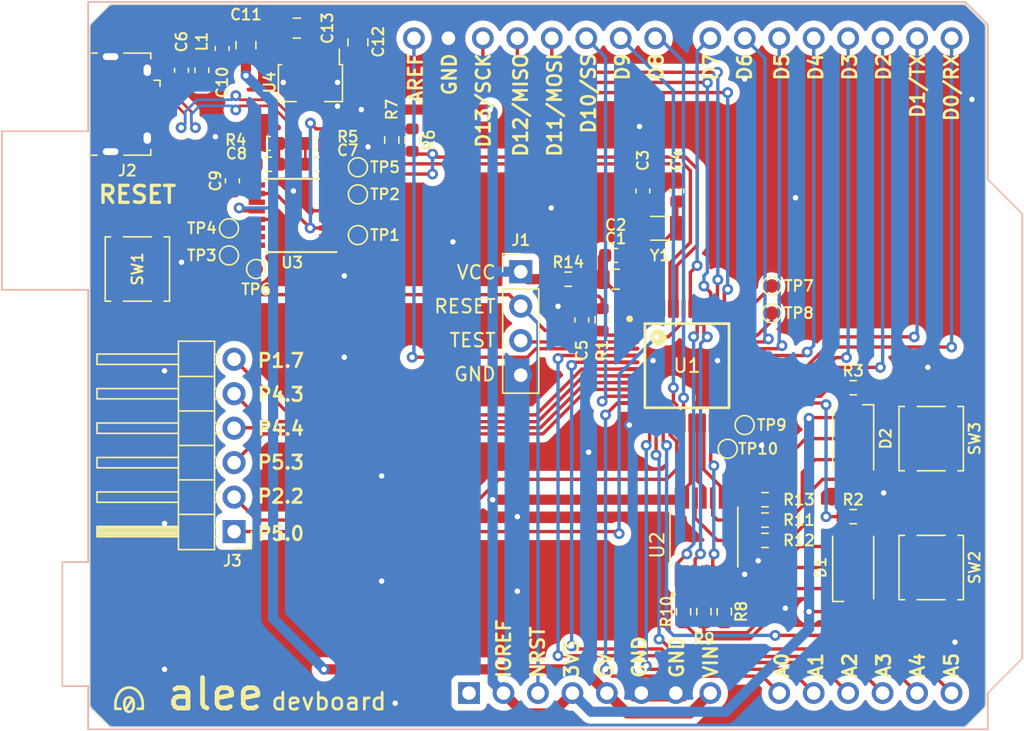
<source format=kicad_pcb>
(kicad_pcb (version 20221018) (generator pcbnew)

  (general
    (thickness 1.6)
  )

  (paper "A4")
  (title_block
    (title "FRAM Forth Development Board")
    (company "bitgloo")
    (comment 1 "Released under the CERN Open Hardware License Version 2 - Strongly Reciprocal")
  )

  (layers
    (0 "F.Cu" signal)
    (31 "B.Cu" signal)
    (32 "B.Adhes" user "B.Adhesive")
    (33 "F.Adhes" user "F.Adhesive")
    (34 "B.Paste" user)
    (35 "F.Paste" user)
    (36 "B.SilkS" user "B.Silkscreen")
    (37 "F.SilkS" user "F.Silkscreen")
    (38 "B.Mask" user)
    (39 "F.Mask" user)
    (40 "Dwgs.User" user "User.Drawings")
    (41 "Cmts.User" user "User.Comments")
    (42 "Eco1.User" user "User.Eco1")
    (43 "Eco2.User" user "User.Eco2")
    (44 "Edge.Cuts" user)
    (45 "Margin" user)
    (46 "B.CrtYd" user "B.Courtyard")
    (47 "F.CrtYd" user "F.Courtyard")
    (48 "B.Fab" user)
    (49 "F.Fab" user)
    (50 "User.1" user)
    (51 "User.2" user)
    (52 "User.3" user)
    (53 "User.4" user)
    (54 "User.5" user)
    (55 "User.6" user)
    (56 "User.7" user)
    (57 "User.8" user)
    (58 "User.9" user)
  )

  (setup
    (stackup
      (layer "F.SilkS" (type "Top Silk Screen"))
      (layer "F.Paste" (type "Top Solder Paste"))
      (layer "F.Mask" (type "Top Solder Mask") (thickness 0.01))
      (layer "F.Cu" (type "copper") (thickness 0.035))
      (layer "dielectric 1" (type "core") (thickness 1.51) (material "FR4") (epsilon_r 4.5) (loss_tangent 0.02))
      (layer "B.Cu" (type "copper") (thickness 0.035))
      (layer "B.Mask" (type "Bottom Solder Mask") (thickness 0.01))
      (layer "B.Paste" (type "Bottom Solder Paste"))
      (layer "B.SilkS" (type "Bottom Silk Screen"))
      (copper_finish "None")
      (dielectric_constraints no)
    )
    (pad_to_mask_clearance 0)
    (pcbplotparams
      (layerselection 0x00010fc_ffffffff)
      (plot_on_all_layers_selection 0x0000000_00000000)
      (disableapertmacros false)
      (usegerberextensions false)
      (usegerberattributes true)
      (usegerberadvancedattributes true)
      (creategerberjobfile true)
      (dashed_line_dash_ratio 12.000000)
      (dashed_line_gap_ratio 3.000000)
      (svgprecision 4)
      (plotframeref false)
      (viasonmask false)
      (mode 1)
      (useauxorigin false)
      (hpglpennumber 1)
      (hpglpenspeed 20)
      (hpglpendiameter 15.000000)
      (dxfpolygonmode true)
      (dxfimperialunits true)
      (dxfusepcbnewfont true)
      (psnegative false)
      (psa4output false)
      (plotreference true)
      (plotvalue true)
      (plotinvisibletext false)
      (sketchpadsonfab false)
      (subtractmaskfromsilk false)
      (outputformat 1)
      (mirror false)
      (drillshape 1)
      (scaleselection 1)
      (outputdirectory "")
    )
  )

  (net 0 "")
  (net 1 "unconnected-(A2-NC-Pad1)")
  (net 2 "VCC")
  (net 3 "RST_SBWTDIO")
  (net 4 "VBUS")
  (net 5 "GND")
  (net 6 "A0")
  (net 7 "A1")
  (net 8 "A2")
  (net 9 "A3")
  (net 10 "A4")
  (net 11 "A5")
  (net 12 "RX")
  (net 13 "TX")
  (net 14 "D2")
  (net 15 "D3")
  (net 16 "D4")
  (net 17 "D5")
  (net 18 "D6")
  (net 19 "D7")
  (net 20 "D8")
  (net 21 "D9")
  (net 22 "AREF")
  (net 23 "Net-(U1-P2.1_XIN)")
  (net 24 "Net-(U1-P2.0_XOUT)")
  (net 25 "TEST_SBWTCK")
  (net 26 "BUTTON1")
  (net 27 "Net-(R2-Pad2)")
  (net 28 "BUTTON2")
  (net 29 "Net-(R3-Pad2)")
  (net 30 "TXD")
  (net 31 "Net-(U3-~{RTS})")
  (net 32 "Net-(U3-3V3OUT)")
  (net 33 "RXD")
  (net 34 "Net-(U3-~{CTS})")
  (net 35 "Net-(U3-CBUS2)")
  (net 36 "Net-(U3-USBDP)")
  (net 37 "Net-(U3-USBDM)")
  (net 38 "Net-(U3-CBUS1)")
  (net 39 "Net-(U3-CBUS0)")
  (net 40 "Net-(U3-CBUS3)")
  (net 41 "Net-(D1-RK)")
  (net 42 "Net-(D1-GK)")
  (net 43 "Net-(D1-BK)")
  (net 44 "Net-(D2-RK)")
  (net 45 "Net-(D2-GK)")
  (net 46 "Net-(D2-BK)")
  (net 47 "unconnected-(J2-ID-Pad4)")
  (net 48 "EXTRA1")
  (net 49 "EXTRA2")
  (net 50 "EXTRA3")
  (net 51 "EXTRA4")
  (net 52 "EXTRA5")
  (net 53 "EXTRA6")
  (net 54 "Net-(U2-1Y)")
  (net 55 "Net-(U2-2Y)")
  (net 56 "Net-(U2-3Y)")
  (net 57 "Net-(U2-4Y)")
  (net 58 "Net-(U2-5Y)")
  (net 59 "Net-(U2-6Y)")
  (net 60 "LED4")
  (net 61 "LED5")
  (net 62 "LED6")
  (net 63 "LED1")
  (net 64 "unconnected-(U1-VREG-Pad31)")
  (net 65 "SCK")
  (net 66 "MOSI")
  (net 67 "MISO")
  (net 68 "LED2")
  (net 69 "LED3")
  (net 70 "/USB_P")
  (net 71 "/USB_N")
  (net 72 "SS")
  (net 73 "/VUSB")
  (net 74 "Net-(U1-P2.7_UCB1STE_CAP3.0)")
  (net 75 "Net-(U1-P4.2_TA3CLK_CAP2.3)")
  (net 76 "Net-(U1-P3.3_TA2.1_CAP0.1)")
  (net 77 "Net-(U1-P3.0_TA2.2_CAP0.0)")
  (net 78 "Net-(U1-DVCC)")

  (footprint "Capacitor_SMD:C_0603_1608Metric" (layer "F.Cu") (at 124.75 80 90))

  (footprint "Capacitor_SMD:C_0603_1608Metric" (layer "F.Cu") (at 128.15 87 180))

  (footprint "Inductor_SMD:L_0603_1608Metric" (layer "F.Cu") (at 123.25 81.6 90))

  (footprint "Resistor_SMD:R_0603_1608Metric" (layer "F.Cu") (at 160.25 121.5 -90))

  (footprint "Capacitor_SMD:C_0603_1608Metric" (layer "F.Cu") (at 151.25 100 90))

  (footprint "Capacitor_SMD:C_0603_1608Metric" (layer "F.Cu") (at 131.65 87))

  (footprint "Resistor_SMD:R_0603_1608Metric" (layer "F.Cu") (at 128.15 88.5275 180))

  (footprint "Capacitor_SMD:C_0603_1608Metric" (layer "F.Cu") (at 155.75 90.5 90))

  (footprint "TestPoint:TestPoint_Pad_D1.0mm" (layer "F.Cu") (at 165.25 99.5))

  (footprint "Resistor_SMD:R_0603_1608Metric" (layer "F.Cu") (at 164.75 113.25))

  (footprint "Capacitor_SMD:C_0603_1608Metric" (layer "F.Cu") (at 153.75 95.25))

  (footprint "Capacitor_SMD:C_0603_1608Metric" (layer "F.Cu") (at 158.25 90.5 90))

  (footprint "Button_Switch_SMD:SW_SPST_TL3305A" (layer "F.Cu") (at 118.5 96.25 90))

  (footprint "Capacitor_SMD:C_0603_1608Metric" (layer "F.Cu") (at 125.5 89.75 90))

  (footprint "Resistor_SMD:R_0603_1608Metric" (layer "F.Cu") (at 164.75 116.25))

  (footprint "Capacitor_SMD:C_0805_2012Metric" (layer "F.Cu") (at 126.5 79.75 90))

  (footprint "TestPoint:TestPoint_Pad_D1.0mm" (layer "F.Cu") (at 127.25 96.25))

  (footprint "TestPoint:TestPoint_Pad_D1.0mm" (layer "F.Cu") (at 134.75 88.75))

  (footprint "Crystal:Crystal_SMD_3215-2Pin_3.2x1.5mm" (layer "F.Cu") (at 157 93.25))

  (footprint "Package_SO:SSOP-16_3.9x4.9mm_P0.635mm" (layer "F.Cu") (at 129.9 92.2775 180))

  (footprint "Capacitor_SMD:C_0805_2012Metric" (layer "F.Cu") (at 153.75 97))

  (footprint "Resistor_SMD:R_0603_1608Metric" (layer "F.Cu") (at 171.25 105))

  (footprint "TestPoint:TestPoint_Pad_D1.0mm" (layer "F.Cu") (at 134.75 93.75))

  (footprint "Button_Switch_SMD:SW_SPST_TL3305A" (layer "F.Cu") (at 177 108.75 -90))

  (footprint "TestPoint:TestPoint_Pad_D1.0mm" (layer "F.Cu") (at 125.25 95.25))

  (footprint "Resistor_SMD:R_0603_1608Metric" (layer "F.Cu") (at 161.75 121.5 -90))

  (footprint "Resistor_SMD:R_0603_1608Metric" (layer "F.Cu") (at 164.75 114.75))

  (footprint "Capacitor_SMD:C_0805_2012Metric" (layer "F.Cu") (at 130.25 78.5))

  (footprint "Resistor_SMD:R_0603_1608Metric" (layer "F.Cu") (at 137.25 86.75 90))

  (footprint "Resistor_SMD:R_0603_1608Metric" (layer "F.Cu") (at 158.75 121.5 -90))

  (footprint "Capacitor_SMD:C_0603_1608Metric" (layer "F.Cu") (at 121.75 81.6 90))

  (footprint "Resistor_SMD:R_0603_1608Metric" (layer "F.Cu") (at 138.75 86.75 90))

  (footprint "Package_TO_SOT_SMD:SOT-89-3" (layer "F.Cu") (at 131.25 82.55 -90))

  (footprint "Connector_PinHeader_2.54mm:PinHeader_1x04_P2.54mm_Vertical" (layer "F.Cu") (at 146.75 96.45))

  (footprint "Capacitor_SMD:C_0805_2012Metric" (layer "F.Cu") (at 134.75 79.55 90))

  (footprint "TestPoint:TestPoint_Pad_D1.0mm" (layer "F.Cu") (at 162 109.5))

  (footprint "Library:PT0048A_N" (layer "F.Cu") (at 159 103.375))

  (footprint "TestPoint:TestPoint_Pad_D1.0mm" (layer "F.Cu") (at 134.75 90.75))

  (footprint "Resistor_SMD:R_0603_1608Metric" (layer "F.Cu") (at 152.75 100 -90))

  (footprint "TestPoint:TestPoint_Pad_D1.0mm" (layer "F.Cu") (at 165.25 97.5))

  (footprint "Resistor_SMD:R_0603_1608Metric" (layer "F.Cu") (at 131.65 88.5275 180))

  (footprint "Connector_USB:USB_Micro-B_Amphenol_10118194_Horizontal" (layer "F.Cu") (at 117.8275 84.1 -90))

  (footprint "TestPoint:TestPoint_Pad_D1.0mm" (layer "F.Cu") (at 163.25 107.75))

  (footprint "Resistor_SMD:R_0603_1608Metric" (layer "F.Cu") (at 171.25 114.5))

  (footprint "LED_SMD:LED_RGB_Wuerth-PLCC4_3.2x2.8mm_150141M173100" (layer "F.Cu") (at 171.25 108.75 -90))

  (footprint "Resistor_SMD:R_0603_1608Metric" (layer "F.Cu") (at 150.25 97))

  (footprint "TestPoint:TestPoint_Pad_D1.0mm" (layer "F.Cu") (at 125.25 93.25))

  (footprint "Connector_PinHeader_2.54mm:PinHeader_1x06_P2.54mm_Horizontal" (layer "F.Cu") (at 125.625 115.6 180))

  (footprint "Button_Switch_SMD:SW_SPST_TL3305A" (layer "F.Cu") (at 177 118.25 -90))

  (footprint "Library:SOP65P640X120-14N" (layer "F.Cu")
    (tstamp facf763a-c9fd-43ec-b9ca-e83bba0e141e)
    (at 160.25 116 90)
    (property "Part Number" "SN74LVC07APWR")
    (property "Sheetfile" "FRAM Forth.kicad_sch")
    (property "Sheetname" "")
    (path "/eff5fe6e-1e36-4e8f-be2e-679d90b167e5")
    (attr smd)
    (fp_text reference "U2" (at -0.595 -3.435 90) (layer "F.SilkS")
        (effects (font (size 1 1) (thickness 0.15)))
      (tstamp 6fe1d4ed-bac8-401a-9d93-99f67a457edd)
    )
    (fp_text value "SN74LVC07A" (at 7.025 3.435 90) (layer "F.Fab")
        (effects (font (size 1 1) (thickness 0.15)))
      (tstamp fd582805-fe00-45b1-abd0-c71a261e8122)
    )
    (fp_line (start -2.2 -2.5) (end 2.2 -2.5)
      (stroke (width 0.127) (type solid)) (layer "F.SilkS") (tstamp 462738a0-d55d-4a2c-b9d4-3cf3db95b04d))
    (fp_line (start -2.2 2.5) (end 2.2 2.5)
      (stroke (width 0.127) (type solid)) (layer "F.SilkS") (tstamp 9c1f4687-15a6-4d46-ad6f-ffaafe790d89))
    (fp_circle (center -4.24 -2.26) (end -4.14 -2.26)
      (stroke (width 0.2) (type solid)) (fill none) (layer "F.SilkS") (tstamp 97878b61-fae6-485d-8710-aed27e82e729))
    (fp_line (start -3.905 -2.75) (end -3.905 2.75)
      (stroke (width 0.05) (type solid)) (layer "F.CrtYd") (tstamp 09e89a3b-ebcf-492f-a5f3-e5593baf4c24))
    (fp_line (start -3.905 -2.75) (end 3.905 -2.75)
      (stroke (width 0.05) (type solid)) (layer "F.CrtYd") (tstamp 5e210094-d17b-4595-904c-1ff8a43432a4))
    (fp_line (start -3.905 2.75) (end 3.905 2.75)
      (stroke (width 0.05) (type solid)) (layer "F.CrtYd") (tstamp 0a39b289-8f52-4304-b3cc-e45c5e27a1a8))
    (fp_line (start 3.905 -2.75) (end 3.905 2.75)
      (stroke (width 0.05) (type solid)) (layer "F.CrtYd") (tstamp 78290d1e-bb88-487d-b1b0-a7075deafba5))
    (fp_line (start -2.2 -2.5) (end -2.2 2.5)
      (stroke (width 0.127) (type solid)) (layer "F.Fab") (tstamp caecf7bd-beae-4cec-8da7-2a1dc6a24a70
... [402474 chars truncated]
</source>
